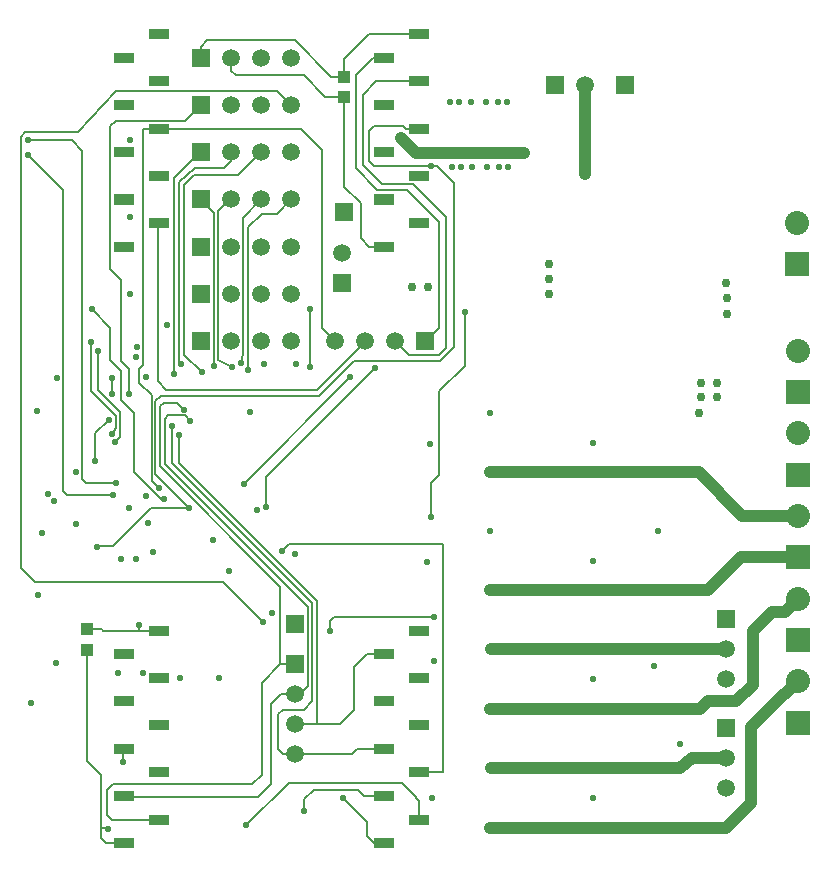
<source format=gbl>
G04 DipTrace 2.4.0.2*
%INlayer4.GBL*%
%MOMM*%
%ADD10C,0.15*%
%ADD14C,1.0*%
%ADD26R,1.0X1.1*%
%ADD30R,2.032X2.032*%
%ADD32C,2.032*%
%ADD33R,1.5X1.5*%
%ADD34C,1.5*%
%ADD48C,0.55*%
%ADD49C,0.75*%
%FSLAX53Y53*%
G04*
G71*
G90*
G75*
G01*
%LNBottom*%
%LPD*%
X48740Y65200D2*
D14*
Y57700D1*
X34750Y69500D2*
D10*
X30500D1*
X28400Y67400D1*
Y65900D1*
X27300D1*
X24200Y69000D1*
X16800D1*
X16250Y68450D1*
Y67500D1*
X6600Y17399D2*
Y8000D1*
X7800Y6800D1*
Y2246D1*
Y1400D1*
X8200Y1000D1*
X9750D1*
X7800Y2246D2*
X8354D1*
X8400Y2200D1*
X14000Y40700D2*
Y57300D1*
X16200Y59500D1*
X16250D1*
X14600Y41600D2*
X14400D1*
Y57023D1*
X15800Y58200D1*
X18200D1*
X18790Y58790D1*
Y59500D1*
X23166Y25766D2*
X23700Y26300D1*
X36800D1*
Y7000D1*
X34750D1*
X16382Y40896D2*
X14800Y42312D1*
Y56700D1*
X15700Y57600D1*
X19430D1*
X21330Y59500D1*
X17371Y41361D2*
Y54379D1*
X16250Y55500D1*
X18891Y41300D2*
X17700Y41917D1*
Y54500D1*
X18700Y55500D1*
X18790D1*
X19648Y41648D2*
X19800Y42419D1*
Y53950D1*
X21350Y55500D1*
X21330D1*
X28400Y64200D2*
Y56600D1*
X29800Y55200D1*
Y52200D1*
X30500Y51500D1*
X31750D1*
X6600Y19099D2*
X7901D1*
X8000Y19000D1*
X10979D1*
X12750D1*
X10979D2*
Y19500D1*
X28400Y64200D2*
X26800D1*
X25000Y66000D1*
X19200D1*
X18800Y66400D1*
Y67490D1*
X18790Y67500D1*
X23870Y55500D2*
X22670Y54300D1*
X21400D1*
X20258Y53158D1*
Y41095D1*
X13100Y30100D2*
X12900D1*
X10600Y32400D1*
Y37400D1*
X9500Y38500D1*
Y41000D1*
X8600Y41900D1*
Y44600D1*
X7000Y46200D1*
X9040Y31471D2*
X6525D1*
X6195Y31801D1*
Y59614D1*
X5309Y60500D1*
X1600D1*
X1649Y59233D2*
X4570Y56312D1*
Y30810D1*
X4900Y30480D1*
X8837D1*
X6950Y43450D2*
Y39310D1*
X9064Y37196D1*
Y36154D1*
X8709Y35613D1*
X7300Y33400D2*
Y35732D1*
X8439Y36871D1*
X7550Y42650D2*
Y39350D1*
X9400Y37500D1*
Y35350D1*
X9000Y34950D1*
X8750Y39000D2*
Y40350D1*
X40779Y2320D2*
D14*
X60720D1*
X62800Y4400D1*
Y10800D1*
X65600Y13600D1*
X65700D1*
X66800Y14700D1*
X9700Y7900D2*
D10*
Y8950D1*
X9750Y9000D1*
X40723Y12326D2*
D14*
X58526D1*
X59200Y13000D1*
X61600D1*
X63000Y14400D1*
Y19000D1*
X64600Y20600D1*
X65700D1*
X66800Y21700D1*
X40700Y22400D2*
X59200D1*
X62000Y25200D1*
X66800D1*
X40700Y32400D2*
X58400D1*
X62100Y28700D1*
X66800D1*
X28300Y4800D2*
D10*
X30300Y2800D1*
Y1600D1*
X30900Y1000D1*
X31750D1*
X20100Y2500D2*
X23700Y6100D1*
X33300D1*
X34500Y4900D1*
Y4800D1*
X34750Y4550D1*
Y3000D1*
X43600Y59400D2*
D14*
X34500D1*
X33200Y60700D1*
X40800Y7400D2*
X56838D1*
X57838Y8204D1*
X60689Y8209D1*
X40800Y17460D2*
X60750D1*
X25000Y3700D2*
D10*
Y4700D1*
X25800Y5500D1*
X29600D1*
X30100Y5000D1*
X31750D1*
X15250Y29400D2*
X12000D1*
X8800Y26200D1*
X7600D1*
X7500Y26100D1*
X35703Y58369D2*
X36231D1*
X37700Y56900D1*
Y43050D1*
X36500Y41850D1*
X29200D1*
X26250Y38900D1*
X12850D1*
X12400Y38450D1*
Y32250D1*
X15250Y29400D1*
X34750Y61500D2*
X33663D1*
X33406Y61757D1*
X30948D1*
X30528Y61337D1*
Y58789D1*
X30948Y58369D1*
X35703D1*
X23870Y63500D2*
X22723Y64647D1*
X9079D1*
X5830Y61178D1*
X1378D1*
X1000Y60800D1*
Y24300D1*
X2200Y23100D1*
X18147D1*
X21486Y19761D1*
X25500Y46200D2*
Y41300D1*
X16250Y63500D2*
X14929Y62179D1*
X9069D1*
X8600Y61710D1*
Y49625D1*
X9507Y48718D1*
Y41793D1*
X10150Y41150D1*
Y39000D1*
X28900Y40450D2*
X19900Y31450D1*
X24200Y11120D2*
X26102D1*
X28020D1*
X29200Y12300D1*
Y15900D1*
X30300Y17000D1*
X31750D1*
X26102Y11120D2*
Y21498D1*
X14400Y33200D1*
Y35600D1*
X24200Y8580D2*
X29080D1*
X29500Y9000D1*
X31750D1*
X24200Y8580D2*
X23220D1*
X22800Y9000D1*
Y11900D1*
X23200Y12300D1*
X25000D1*
X25700Y13000D1*
Y21300D1*
X13800Y33200D1*
Y36300D1*
X24200Y16200D2*
X23000D1*
X21400Y14600D1*
Y6800D1*
X20600Y6000D1*
X8800D1*
X8300Y5500D1*
Y3400D1*
X8700Y3000D1*
X12750D1*
X23000Y16200D2*
Y22700D1*
X12800Y32900D1*
Y38000D1*
X13100Y38300D1*
X14223D1*
X14804Y37718D1*
X24200Y13660D2*
X23060D1*
X22200Y12800D1*
Y6000D1*
X21100Y4900D1*
X9850D1*
X9750Y5000D1*
X24200Y13660D2*
X24660D1*
X25300Y14300D1*
Y21000D1*
X13200Y33100D1*
Y36900D1*
X13512Y37212D1*
X14890D1*
X15377Y36725D1*
X30170Y43500D2*
X30200D1*
X26100Y39400D1*
X13300D1*
X12600Y40100D1*
Y53500D1*
X12750D1*
X27630Y43500D2*
X26500Y44630D1*
Y59700D1*
X24700Y61500D1*
X12750D1*
X11351D1*
Y41453D1*
X11050Y41151D1*
Y40000D1*
X12100Y38950D1*
Y31700D1*
X12700Y31100D1*
X35250Y43500D2*
X36400Y44650D1*
Y53600D1*
X33700Y56300D1*
X31200D1*
X29359Y58141D1*
Y66059D1*
X30800Y67500D1*
X31750D1*
X31000Y41250D2*
X21750Y32000D1*
Y29500D1*
X32710Y43500D2*
X33910Y42300D1*
X36400D1*
X37000Y42900D1*
Y54000D1*
X34200Y56800D1*
X31600D1*
X29989Y58411D1*
Y64389D1*
X31100Y65500D1*
X34750D1*
X36015Y20168D2*
X27557D1*
X27200Y19811D1*
Y19000D1*
X38600Y46000D2*
Y41400D1*
X36450Y39250D1*
Y32200D1*
X35727Y31477D1*
X35750D1*
Y28650D1*
D48*
X55000Y27400D3*
X54600Y16000D3*
X56800Y9400D3*
X40700Y27400D3*
Y37400D3*
D49*
X48740Y57700D3*
D48*
X1900Y12835D3*
X8400Y2200D3*
X10200Y29400D3*
X11800Y28100D3*
X18600Y24029D3*
X14000Y40700D3*
X14600Y41600D3*
X23166Y25766D3*
X16382Y40896D3*
X17371Y41361D3*
X18891Y41300D3*
X19648Y41648D3*
X9500Y25100D3*
X10800D3*
X9274Y15424D3*
X11359Y15399D3*
X14522Y14968D3*
X17766D3*
X24326Y41611D3*
X21579Y41531D3*
X13400Y44900D3*
X10826Y43003D3*
D49*
X45750Y50000D3*
D48*
X49450Y34860D3*
Y24860D3*
Y14860D3*
Y4860D3*
X35800Y4800D3*
X36000Y16400D3*
X35400Y24800D3*
X35700Y34800D3*
X2500Y21997D3*
X11600Y30400D3*
X21000Y29200D3*
X10979Y19500D3*
X24200Y25500D3*
X17286Y26665D3*
D49*
X60750Y48400D3*
D48*
X10250Y60500D3*
Y54000D3*
Y47500D3*
X20258Y41095D3*
X13100Y30100D3*
X7000Y46200D3*
X6950Y43450D3*
X8709Y35613D3*
X7300Y33400D3*
X8439Y36871D3*
X7550Y42650D3*
X9000Y34950D3*
X8750Y39000D3*
Y40350D3*
X40779Y2320D3*
X9700Y7900D3*
X40723Y12326D3*
X40700Y22400D3*
Y32400D3*
X28300Y4800D3*
X20100Y2500D3*
D49*
X43600Y59400D3*
X33200Y60700D3*
D48*
X40800Y7400D3*
Y17460D3*
X25000Y3700D3*
X15250Y29400D3*
X7500Y26100D3*
X35703Y58369D3*
X15250Y29400D3*
X35703Y58369D3*
X28900Y40450D3*
X19900Y31450D3*
X14400Y35600D3*
X13800Y36300D3*
X14804Y37718D3*
X15377Y36725D3*
X31000Y41250D3*
X21750Y29500D3*
D49*
X60800Y45800D3*
Y47200D3*
X45750Y48750D3*
Y47500D3*
D48*
X37489Y58249D3*
X38250Y58250D3*
X39250D3*
X40500D3*
X41500D3*
X42250D3*
X37375Y63750D3*
D49*
X58400Y37400D3*
X58600Y38800D3*
Y40000D3*
D48*
X38136Y63751D3*
X39136D3*
X40386D3*
X41386D3*
X42136D3*
D49*
X34100Y48100D3*
X35500D3*
X60000Y40000D3*
Y38800D3*
D48*
X2817Y27280D3*
X2374Y37626D3*
X22300Y20500D3*
X4036Y40361D3*
X11580Y40437D3*
X3350Y30556D3*
X10742Y42189D3*
X20445Y37541D3*
X12240Y25679D3*
X5662Y28042D3*
Y32436D3*
X3858Y29947D3*
X3960Y16281D3*
X1600Y60500D3*
X9040Y31471D3*
X8837Y30480D3*
X1649Y59233D3*
X21486Y19761D3*
X25500Y41300D3*
Y46200D3*
X10150Y39000D3*
X12700Y31100D3*
X27200Y19000D3*
X36015Y20168D3*
X35750Y28650D3*
X38600Y46000D3*
D26*
X28400Y65900D3*
Y64200D3*
X6600Y17399D3*
Y19099D3*
D30*
X66750Y50000D3*
D32*
Y53500D3*
D33*
X46200Y65200D3*
D34*
X48740D3*
D33*
X28250Y48450D3*
D34*
Y50990D3*
D33*
X24200Y16200D3*
D34*
Y13660D3*
Y11120D3*
Y8580D3*
D33*
X35250Y43500D3*
D34*
X32710D3*
X30170D3*
X27630D3*
D30*
X66800Y39200D3*
D32*
Y42700D3*
D30*
Y32200D3*
D32*
Y35700D3*
D30*
Y25200D3*
D32*
Y28700D3*
D30*
Y18200D3*
D32*
Y21700D3*
D30*
Y11200D3*
D32*
Y14700D3*
D33*
X60750Y20000D3*
D34*
Y17460D3*
Y14920D3*
D33*
X60689Y10749D3*
D34*
Y8209D3*
Y5669D3*
D33*
X16250Y67500D3*
D34*
X18790D3*
X21330D3*
X23870D3*
D33*
X16250Y63500D3*
D34*
X18790D3*
X21330D3*
X23870D3*
D33*
X16250Y59500D3*
D34*
X18790D3*
X21330D3*
X23870D3*
D33*
X16250Y55500D3*
D34*
X18790D3*
X21330D3*
X23870D3*
D33*
X16250Y51500D3*
D34*
X18790D3*
X21330D3*
X23870D3*
D33*
X16250Y47500D3*
D34*
X18790D3*
X21330D3*
X23870D3*
D33*
X16250Y43500D3*
D34*
X18790D3*
X21330D3*
X23870D3*
D33*
X28400Y54400D3*
X24200Y19600D3*
X52200Y65200D3*
G36*
X11900Y19425D2*
Y18575D1*
X13600D1*
Y19425D1*
X11900D1*
G37*
G36*
X8900Y17425D2*
Y16575D1*
X10600D1*
Y17425D1*
X8900D1*
G37*
G36*
X11900Y15425D2*
Y14575D1*
X13600D1*
Y15425D1*
X11900D1*
G37*
G36*
X8900Y13425D2*
Y12575D1*
X10600D1*
Y13425D1*
X8900D1*
G37*
G36*
X11900Y11425D2*
Y10575D1*
X13600D1*
Y11425D1*
X11900D1*
G37*
G36*
X8900Y9425D2*
Y8575D1*
X10600D1*
Y9425D1*
X8900D1*
G37*
G36*
X11900Y7425D2*
Y6575D1*
X13600D1*
Y7425D1*
X11900D1*
G37*
G36*
X8900Y5425D2*
Y4575D1*
X10600D1*
Y5425D1*
X8900D1*
G37*
G36*
X11900Y3425D2*
Y2575D1*
X13600D1*
Y3425D1*
X11900D1*
G37*
G36*
X8900Y1425D2*
Y575D1*
X10600D1*
Y1425D1*
X8900D1*
G37*
G36*
X33900Y19425D2*
Y18575D1*
X35600D1*
Y19425D1*
X33900D1*
G37*
G36*
X30900Y17425D2*
Y16575D1*
X32600D1*
Y17425D1*
X30900D1*
G37*
G36*
X33900Y15425D2*
Y14575D1*
X35600D1*
Y15425D1*
X33900D1*
G37*
G36*
X30900Y13425D2*
Y12575D1*
X32600D1*
Y13425D1*
X30900D1*
G37*
G36*
X33900Y11425D2*
Y10575D1*
X35600D1*
Y11425D1*
X33900D1*
G37*
G36*
X30900Y9425D2*
Y8575D1*
X32600D1*
Y9425D1*
X30900D1*
G37*
G36*
X33900Y7425D2*
Y6575D1*
X35600D1*
Y7425D1*
X33900D1*
G37*
G36*
X30900Y5425D2*
Y4575D1*
X32600D1*
Y5425D1*
X30900D1*
G37*
G36*
X33900Y3425D2*
Y2575D1*
X35600D1*
Y3425D1*
X33900D1*
G37*
G36*
X30900Y1425D2*
Y575D1*
X32600D1*
Y1425D1*
X30900D1*
G37*
G36*
X32600Y51075D2*
Y51925D1*
X30900D1*
Y51075D1*
X32600D1*
G37*
G36*
X35600Y53075D2*
Y53925D1*
X33900D1*
Y53075D1*
X35600D1*
G37*
G36*
X32600Y55075D2*
Y55925D1*
X30900D1*
Y55075D1*
X32600D1*
G37*
G36*
X35600Y57075D2*
Y57925D1*
X33900D1*
Y57075D1*
X35600D1*
G37*
G36*
X32600Y59075D2*
Y59925D1*
X30900D1*
Y59075D1*
X32600D1*
G37*
G36*
X35600Y61075D2*
Y61925D1*
X33900D1*
Y61075D1*
X35600D1*
G37*
G36*
X32600Y63075D2*
Y63925D1*
X30900D1*
Y63075D1*
X32600D1*
G37*
G36*
X35600Y65075D2*
Y65925D1*
X33900D1*
Y65075D1*
X35600D1*
G37*
G36*
X32600Y67075D2*
Y67925D1*
X30900D1*
Y67075D1*
X32600D1*
G37*
G36*
X35600Y69075D2*
Y69925D1*
X33900D1*
Y69075D1*
X35600D1*
G37*
G36*
X10600Y51075D2*
Y51925D1*
X8900D1*
Y51075D1*
X10600D1*
G37*
G36*
X13600Y53075D2*
Y53925D1*
X11900D1*
Y53075D1*
X13600D1*
G37*
G36*
X10600Y55075D2*
Y55925D1*
X8900D1*
Y55075D1*
X10600D1*
G37*
G36*
X13600Y57075D2*
Y57925D1*
X11900D1*
Y57075D1*
X13600D1*
G37*
G36*
X10600Y59075D2*
Y59925D1*
X8900D1*
Y59075D1*
X10600D1*
G37*
G36*
X13600Y61075D2*
Y61925D1*
X11900D1*
Y61075D1*
X13600D1*
G37*
G36*
X10600Y63075D2*
Y63925D1*
X8900D1*
Y63075D1*
X10600D1*
G37*
G36*
X13600Y65075D2*
Y65925D1*
X11900D1*
Y65075D1*
X13600D1*
G37*
G36*
X10600Y67075D2*
Y67925D1*
X8900D1*
Y67075D1*
X10600D1*
G37*
G36*
X13600Y69075D2*
Y69925D1*
X11900D1*
Y69075D1*
X13600D1*
G37*
M02*

</source>
